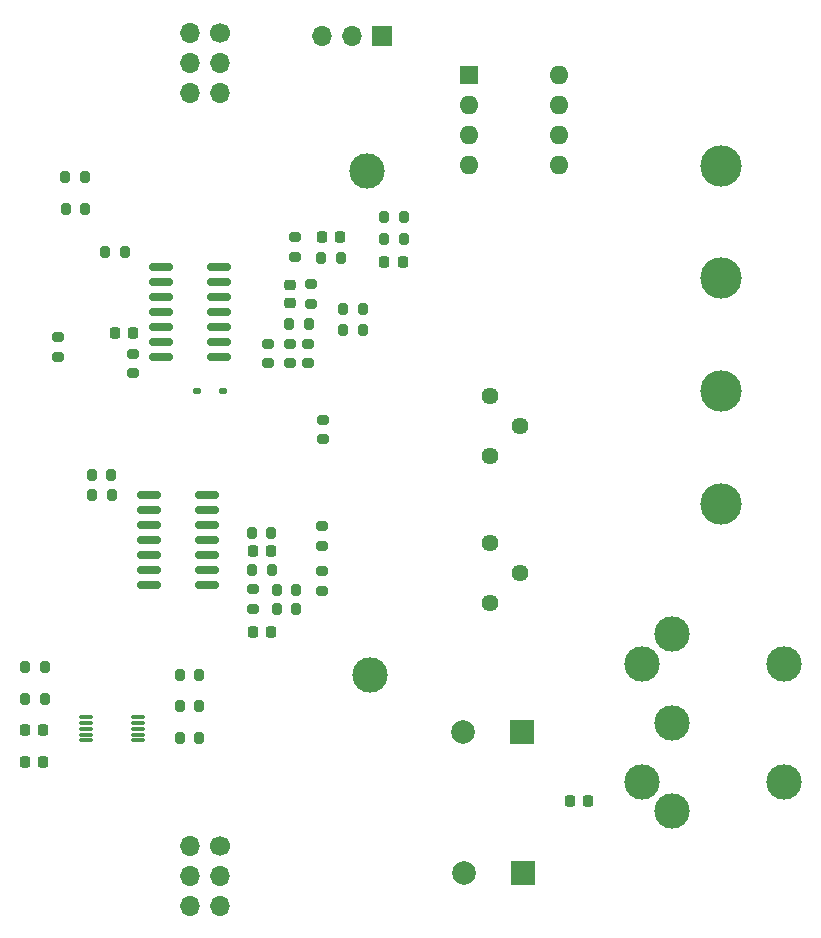
<source format=gbs>
G04 #@! TF.GenerationSoftware,KiCad,Pcbnew,8.0.4*
G04 #@! TF.CreationDate,2024-09-09T14:04:52-07:00*
G04 #@! TF.ProjectId,Bottom_Board,426f7474-6f6d-45f4-926f-6172642e6b69,0*
G04 #@! TF.SameCoordinates,Original*
G04 #@! TF.FileFunction,Soldermask,Bot*
G04 #@! TF.FilePolarity,Negative*
%FSLAX46Y46*%
G04 Gerber Fmt 4.6, Leading zero omitted, Abs format (unit mm)*
G04 Created by KiCad (PCBNEW 8.0.4) date 2024-09-09 14:04:52*
%MOMM*%
%LPD*%
G01*
G04 APERTURE LIST*
G04 Aperture macros list*
%AMRoundRect*
0 Rectangle with rounded corners*
0 $1 Rounding radius*
0 $2 $3 $4 $5 $6 $7 $8 $9 X,Y pos of 4 corners*
0 Add a 4 corners polygon primitive as box body*
4,1,4,$2,$3,$4,$5,$6,$7,$8,$9,$2,$3,0*
0 Add four circle primitives for the rounded corners*
1,1,$1+$1,$2,$3*
1,1,$1+$1,$4,$5*
1,1,$1+$1,$6,$7*
1,1,$1+$1,$8,$9*
0 Add four rect primitives between the rounded corners*
20,1,$1+$1,$2,$3,$4,$5,0*
20,1,$1+$1,$4,$5,$6,$7,0*
20,1,$1+$1,$6,$7,$8,$9,0*
20,1,$1+$1,$8,$9,$2,$3,0*%
G04 Aperture macros list end*
%ADD10R,1.600000X1.600000*%
%ADD11O,1.600000X1.600000*%
%ADD12R,2.000000X2.000000*%
%ADD13C,2.000000*%
%ADD14C,3.000000*%
%ADD15C,1.700000*%
%ADD16O,1.700000X1.700000*%
%ADD17C,1.440000*%
%ADD18R,1.700000X1.700000*%
%ADD19C,3.500000*%
%ADD20RoundRect,0.200000X-0.275000X0.200000X-0.275000X-0.200000X0.275000X-0.200000X0.275000X0.200000X0*%
%ADD21RoundRect,0.225000X-0.225000X-0.250000X0.225000X-0.250000X0.225000X0.250000X-0.225000X0.250000X0*%
%ADD22RoundRect,0.200000X0.275000X-0.200000X0.275000X0.200000X-0.275000X0.200000X-0.275000X-0.200000X0*%
%ADD23RoundRect,0.200000X0.200000X0.275000X-0.200000X0.275000X-0.200000X-0.275000X0.200000X-0.275000X0*%
%ADD24RoundRect,0.150000X0.825000X0.150000X-0.825000X0.150000X-0.825000X-0.150000X0.825000X-0.150000X0*%
%ADD25RoundRect,0.225000X0.225000X0.250000X-0.225000X0.250000X-0.225000X-0.250000X0.225000X-0.250000X0*%
%ADD26O,1.350000X0.299999*%
%ADD27RoundRect,0.200000X-0.200000X-0.275000X0.200000X-0.275000X0.200000X0.275000X-0.200000X0.275000X0*%
%ADD28RoundRect,0.225000X0.250000X-0.225000X0.250000X0.225000X-0.250000X0.225000X-0.250000X-0.225000X0*%
%ADD29RoundRect,0.125000X-0.200000X-0.125000X0.200000X-0.125000X0.200000X0.125000X-0.200000X0.125000X0*%
G04 APERTURE END LIST*
D10*
X144780000Y-71882000D03*
D11*
X144780000Y-74422000D03*
X144780000Y-76962000D03*
X144780000Y-79502000D03*
X152400000Y-79502000D03*
X152400000Y-76962000D03*
X152400000Y-74422000D03*
X152400000Y-71882000D03*
D12*
X149270323Y-127508000D03*
D13*
X144270323Y-127508000D03*
D14*
X161950000Y-119246000D03*
X161950000Y-126746000D03*
X161950000Y-134246000D03*
X159450000Y-121746000D03*
X159450000Y-131746000D03*
X171450000Y-121746000D03*
X171450000Y-131746000D03*
D12*
X149352000Y-139446000D03*
D13*
X144352000Y-139446000D03*
D15*
X123698000Y-68326000D03*
D16*
X121158000Y-68326000D03*
X123698000Y-70866000D03*
X121158000Y-70866000D03*
X123698000Y-73406000D03*
X121158000Y-73406000D03*
D14*
X136398000Y-122682000D03*
D15*
X123698000Y-137160000D03*
D16*
X121158000Y-137160000D03*
X123698000Y-139700000D03*
X121158000Y-139700000D03*
X123698000Y-142240000D03*
X121158000Y-142240000D03*
D17*
X146573000Y-116586000D03*
X149113000Y-114046000D03*
X146573000Y-111506000D03*
D18*
X137399000Y-68580000D03*
D16*
X134859000Y-68580000D03*
X132319000Y-68580000D03*
D14*
X136144000Y-80010000D03*
D19*
X166082500Y-108195000D03*
X166082500Y-98665000D03*
X166082500Y-89135000D03*
X166082500Y-79605000D03*
D17*
X146558000Y-104140000D03*
X149098000Y-101600000D03*
X146558000Y-99060000D03*
D20*
X129616200Y-94679000D03*
X129616200Y-96329000D03*
X116332000Y-95504000D03*
X116332000Y-97154000D03*
D21*
X126466600Y-119076200D03*
X128016600Y-119076200D03*
D22*
X132397600Y-102774500D03*
X132397600Y-101124500D03*
D23*
X121920000Y-125360000D03*
X120270000Y-125360000D03*
D21*
X132334000Y-85648800D03*
X133884000Y-85648800D03*
D24*
X123633000Y-88138000D03*
X123633000Y-89408000D03*
X123633000Y-90678000D03*
X123633000Y-91948000D03*
X123633000Y-93218000D03*
X123633000Y-94488000D03*
X123633000Y-95758000D03*
X118683000Y-95758000D03*
X118683000Y-94488000D03*
X118683000Y-93218000D03*
X118683000Y-91948000D03*
X118683000Y-90678000D03*
X118683000Y-89408000D03*
X118683000Y-88138000D03*
X122617000Y-107442000D03*
X122617000Y-108712000D03*
X122617000Y-109982000D03*
X122617000Y-111252000D03*
X122617000Y-112522000D03*
X122617000Y-113792000D03*
X122617000Y-115062000D03*
X117667000Y-115062000D03*
X117667000Y-113792000D03*
X117667000Y-112522000D03*
X117667000Y-111252000D03*
X117667000Y-109982000D03*
X117667000Y-108712000D03*
X117667000Y-107442000D03*
D25*
X108725000Y-130070000D03*
X107175000Y-130070000D03*
D20*
X132308600Y-110122200D03*
X132308600Y-111772200D03*
X127762000Y-94679000D03*
X127762000Y-96329000D03*
D25*
X154839000Y-133400800D03*
X153289000Y-133400800D03*
D26*
X116778999Y-126253999D03*
X116778999Y-126753998D03*
X116778999Y-127254000D03*
X116778999Y-127753999D03*
X116778999Y-128254001D03*
X112328998Y-128254001D03*
X112328998Y-127753999D03*
X112328998Y-127254000D03*
X112328998Y-126753998D03*
X112328998Y-126253999D03*
D23*
X108838000Y-124714000D03*
X107188000Y-124714000D03*
X130148600Y-117094000D03*
X128498600Y-117094000D03*
D27*
X112890800Y-107467400D03*
X114540800Y-107467400D03*
X137607600Y-83953100D03*
X139257600Y-83953100D03*
D25*
X108725000Y-127392000D03*
X107175000Y-127392000D03*
D23*
X115633000Y-86868000D03*
X113983000Y-86868000D03*
X135762000Y-91694000D03*
X134112000Y-91694000D03*
X128065800Y-113792000D03*
X126415800Y-113792000D03*
D27*
X137605000Y-85810475D03*
X139255000Y-85810475D03*
X120270000Y-122682000D03*
X121920000Y-122682000D03*
D25*
X128003600Y-112218200D03*
X126453600Y-112218200D03*
D28*
X129590800Y-91237400D03*
X129590800Y-89687400D03*
D22*
X131140200Y-96329000D03*
X131140200Y-94679000D03*
D27*
X128498600Y-115520200D03*
X130148600Y-115520200D03*
D23*
X128053600Y-110694200D03*
X126403600Y-110694200D03*
X114502200Y-105740200D03*
X112852200Y-105740200D03*
D27*
X110579400Y-80543400D03*
X112229400Y-80543400D03*
X132271000Y-87426800D03*
X133921000Y-87426800D03*
D29*
X121707000Y-98698000D03*
X123957000Y-98698000D03*
D27*
X134112000Y-93472000D03*
X135762000Y-93472000D03*
D25*
X139157600Y-87763100D03*
X137607600Y-87763100D03*
D20*
X131368800Y-89637400D03*
X131368800Y-91287400D03*
D23*
X108838000Y-122036000D03*
X107188000Y-122036000D03*
D20*
X126492000Y-115469400D03*
X126492000Y-117119400D03*
D23*
X112293400Y-83286600D03*
X110643400Y-83286600D03*
D25*
X116345000Y-93726000D03*
X114795000Y-93726000D03*
D20*
X132308600Y-113932200D03*
X132308600Y-115582200D03*
D22*
X130048000Y-87298800D03*
X130048000Y-85648800D03*
X109982000Y-95758000D03*
X109982000Y-94108000D03*
D23*
X121920000Y-128038000D03*
X120270000Y-128038000D03*
D27*
X129540000Y-93014800D03*
X131190000Y-93014800D03*
M02*

</source>
